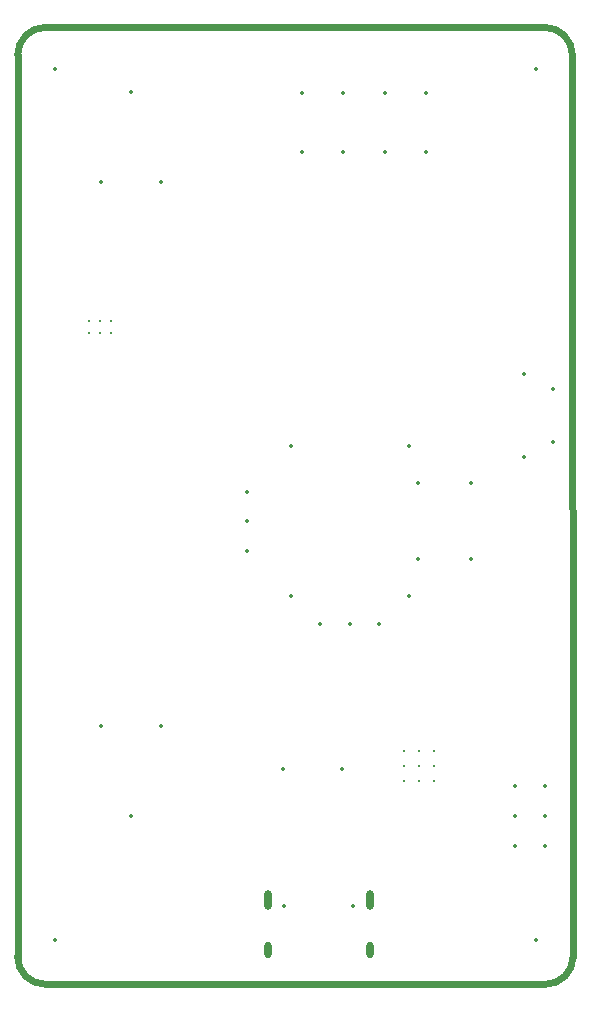
<source format=gko>
%TF.GenerationSoftware,KiCad,Pcbnew,8.0.6*%
%TF.CreationDate,2024-10-28T23:36:15+00:00*%
%TF.ProjectId,StepUp,53746570-5570-42e6-9b69-6361645f7063,v0.1*%
%TF.SameCoordinates,Original*%
%TF.FileFunction,Profile,NP*%
%FSLAX46Y46*%
G04 Gerber Fmt 4.6, Leading zero omitted, Abs format (unit mm)*
G04 Created by KiCad (PCBNEW 8.0.6) date 2024-10-28 23:36:15*
%MOMM*%
%LPD*%
G01*
G04 APERTURE LIST*
%TA.AperFunction,Profile*%
%ADD10C,0.600000*%
%TD*%
%ADD11C,0.350000*%
%ADD12O,0.600000X1.700000*%
%ADD13O,0.600000X1.400000*%
%ADD14C,0.300000*%
G04 APERTURE END LIST*
D10*
X103594152Y-128283484D02*
G75*
G02*
X101251484Y-130626152I-2342652J-16D01*
G01*
X101201484Y-49603848D02*
G75*
G02*
X103544152Y-51946516I16J-2342652D01*
G01*
X101201484Y-49603848D02*
X58914516Y-49603848D01*
X58914516Y-130626152D02*
G75*
G02*
X56571848Y-128283484I-16J2342652D01*
G01*
X56571848Y-51946516D02*
X56571848Y-128283484D01*
X58914516Y-130626152D02*
X101251484Y-130626152D01*
X56571848Y-51946516D02*
G75*
G02*
X58914516Y-49603848I2342652J16D01*
G01*
X103594152Y-128283484D02*
X103544152Y-51946516D01*
D11*
X79168000Y-124025000D03*
X84948000Y-124025000D03*
D12*
X77738000Y-123525000D03*
D13*
X77738000Y-127705000D03*
D12*
X86378000Y-123525000D03*
D13*
X86378000Y-127705000D03*
D14*
X91834000Y-113388000D03*
X91834000Y-112113000D03*
X91834000Y-110838000D03*
X90559000Y-113388000D03*
X90559000Y-112113000D03*
X90559000Y-110838000D03*
X89284000Y-113388000D03*
X89284000Y-112113000D03*
X89284000Y-110838000D03*
D11*
X59708000Y-126890000D03*
D14*
X62619000Y-75470000D03*
X63569000Y-75470000D03*
X64519000Y-75470000D03*
X62619000Y-74470000D03*
X63569000Y-74470000D03*
X64519000Y-74470000D03*
D11*
X100458000Y-53090000D03*
X59708000Y-53090000D03*
X101183000Y-118915000D03*
X98643000Y-118915000D03*
X101183000Y-116375000D03*
X98643000Y-116375000D03*
X101183000Y-113835000D03*
X98643000Y-113835000D03*
X100458000Y-126890000D03*
X101908000Y-80190000D03*
X101908000Y-84690000D03*
X99418000Y-78935000D03*
X99418000Y-85945000D03*
X79050500Y-112400000D03*
X84050500Y-112400000D03*
X75974400Y-93898501D03*
X75974400Y-91398501D03*
X75974400Y-88898501D03*
X87204400Y-100128501D03*
X84704400Y-100128501D03*
X82204400Y-100128501D03*
X90454400Y-88148501D03*
X90454400Y-94648501D03*
X94954400Y-88148501D03*
X94954400Y-94648501D03*
X79704400Y-97723501D03*
X79704400Y-85073501D03*
X89704400Y-85073501D03*
X89704400Y-97723501D03*
X68698000Y-108720000D03*
X63618000Y-108720000D03*
X66158000Y-116340000D03*
X80658000Y-60140000D03*
X80658000Y-55140000D03*
X84158000Y-60140000D03*
X84158000Y-55140000D03*
X87658000Y-60140000D03*
X87658000Y-55140000D03*
X91158000Y-60140000D03*
X91158000Y-55140000D03*
X63618000Y-62720000D03*
X68698000Y-62720000D03*
X66158000Y-55100000D03*
M02*

</source>
